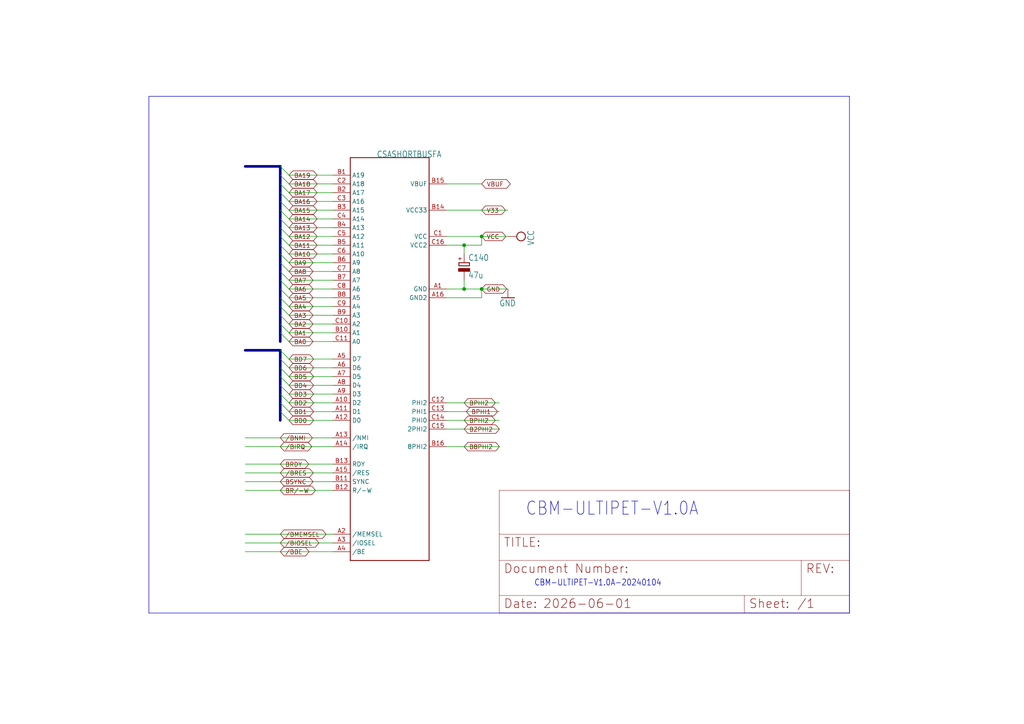
<source format=kicad_sch>
(kicad_sch (version 20231120) (generator "eeschema") (generator_version "8.0")
  (paper "A4")
  (lib_symbols
    (symbol "cbm_ultipet_v1-eagle-import:CPOL-EUE2.5-7"
      (property "Reference" "C" (at 1.143 0.4826 0))
      (symbol "CPOL-EUE2.5-7_1_0"
        (rectangle (start -1.651 -2.54) (end 1.651 -1.651) (fill (type outline)))
        (polyline (pts (xy -1.524 -0.889) (xy 1.524 -0.889)) (stroke (width 0.254)))
        (polyline (pts (xy -1.524 0) (xy -1.524 -0.889)) (stroke (width 0.254)))
        (polyline (pts (xy -1.524 0) (xy 1.524 0)) (stroke (width 0.254)))
        (polyline (pts (xy 1.524 -0.889) (xy 1.524 0)) (stroke (width 0.254)))
        (text "+" (at -0.5842 0.4064 900) (effects (font (size 1.27 1.0795)) (justify left bottom)))
        (pin passive line (at 0 2.54 270) (length 2.54) (name "+") (number "+"))
        (pin passive line (at 0 -5.08 90) (length 2.54) (name "-") (number "-"))
      )
    )
    (symbol "cbm_ultipet_v1-eagle-import:CSASHORTBUSFA"
      (symbol "CSASHORTBUSFA_1_0"
        (polyline (pts (xy -12.7 -58.42) (xy 10.16 -58.42)) (stroke (width 0.254)))
        (polyline (pts (xy -12.7 58.42) (xy -12.7 -58.42)) (stroke (width 0.254)))
        (polyline (pts (xy 10.16 -58.42) (xy 10.16 58.42)) (stroke (width 0.254)))
        (polyline (pts (xy 10.16 58.42) (xy -12.7 58.42)) (stroke (width 0.254)))
        (pin bidirectional line (at 15.24 20.32 180) (length 5.08) (name "GND") (number "A1"))
        (pin bidirectional line (at -17.78 -12.7 0) (length 5.08) (name "D2") (number "A10"))
        (pin bidirectional line (at -17.78 -15.24 0) (length 5.08) (name "D1") (number "A11"))
        (pin bidirectional line (at -17.78 -17.78 0) (length 5.08) (name "D0") (number "A12"))
        (pin bidirectional line (at -17.78 -22.86 0) (length 5.08) (name "/NMI") (number "A13"))
        (pin bidirectional line (at -17.78 -25.4 0) (length 5.08) (name "/IRQ") (number "A14"))
        (pin bidirectional line (at -17.78 -33.02 0) (length 5.08) (name "/RES") (number "A15"))
        (pin bidirectional line (at 15.24 17.78 180) (length 5.08) (name "GND2") (number "A16"))
        (pin bidirectional line (at -17.78 -50.8 0) (length 5.08) (name "/MEMSEL") (number "A2"))
        (pin bidirectional line (at -17.78 -53.34 0) (length 5.08) (name "/IOSEL") (number "A3"))
        (pin bidirectional line (at -17.78 -55.88 0) (length 5.08) (name "/BE") (number "A4"))
        (pin bidirectional line (at -17.78 0 0) (length 5.08) (name "D7") (number "A5"))
        (pin bidirectional line (at -17.78 -2.54 0) (length 5.08) (name "D6") (number "A6"))
        (pin bidirectional line (at -17.78 -5.08 0) (length 5.08) (name "D5") (number "A7"))
        (pin bidirectional line (at -17.78 -7.62 0) (length 5.08) (name "D4") (number "A8"))
        (pin bidirectional line (at -17.78 -10.16 0) (length 5.08) (name "D3") (number "A9"))
        (pin bidirectional line (at -17.78 53.34 0) (length 5.08) (name "A19") (number "B1"))
        (pin bidirectional line (at -17.78 7.62 0) (length 5.08) (name "A1") (number "B10"))
        (pin bidirectional line (at -17.78 -35.56 0) (length 5.08) (name "SYNC") (number "B11"))
        (pin bidirectional line (at -17.78 -38.1 0) (length 5.08) (name "R/-W") (number "B12"))
        (pin bidirectional line (at -17.78 -30.48 0) (length 5.08) (name "RDY") (number "B13"))
        (pin bidirectional line (at 15.24 43.18 180) (length 5.08) (name "VCC33") (number "B14"))
        (pin bidirectional line (at 15.24 50.8 180) (length 5.08) (name "VBUF") (number "B15"))
        (pin bidirectional line (at 15.24 -25.4 180) (length 5.08) (name "8PHI2") (number "B16"))
        (pin bidirectional line (at -17.78 48.26 0) (length 5.08) (name "A17") (number "B2"))
        (pin bidirectional line (at -17.78 43.18 0) (length 5.08) (name "A15") (number "B3"))
        (pin bidirectional line (at -17.78 38.1 0) (length 5.08) (name "A13") (number "B4"))
        (pin bidirectional line (at -17.78 33.02 0) (length 5.08) (name "A11") (number "B5"))
        (pin bidirectional line (at -17.78 27.94 0) (length 5.08) (name "A9") (number "B6"))
        (pin bidirectional line (at -17.78 22.86 0) (length 5.08) (name "A7") (number "B7"))
        (pin bidirectional line (at -17.78 17.78 0) (length 5.08) (name "A5") (number "B8"))
        (pin bidirectional line (at -17.78 12.7 0) (length 5.08) (name "A3") (number "B9"))
        (pin bidirectional line (at 15.24 35.56 180) (length 5.08) (name "VCC") (number "C1"))
        (pin bidirectional line (at -17.78 10.16 0) (length 5.08) (name "A2") (number "C10"))
        (pin bidirectional line (at -17.78 5.08 0) (length 5.08) (name "A0") (number "C11"))
        (pin bidirectional line (at 15.24 -12.7 180) (length 5.08) (name "PHI2") (number "C12"))
        (pin bidirectional line (at 15.24 -15.24 180) (length 5.08) (name "PHI1") (number "C13"))
        (pin bidirectional line (at 15.24 -17.78 180) (length 5.08) (name "PHI0") (number "C14"))
        (pin bidirectional line (at 15.24 -20.32 180) (length 5.08) (name "2PHI2") (number "C15"))
        (pin bidirectional line (at 15.24 33.02 180) (length 5.08) (name "VCC2") (number "C16"))
        (pin bidirectional line (at -17.78 50.8 0) (length 5.08) (name "A18") (number "C2"))
        (pin bidirectional line (at -17.78 45.72 0) (length 5.08) (name "A16") (number "C3"))
        (pin bidirectional line (at -17.78 40.64 0) (length 5.08) (name "A14") (number "C4"))
        (pin bidirectional line (at -17.78 35.56 0) (length 5.08) (name "A12") (number "C5"))
        (pin bidirectional line (at -17.78 30.48 0) (length 5.08) (name "A10") (number "C6"))
        (pin bidirectional line (at -17.78 25.4 0) (length 5.08) (name "A8") (number "C7"))
        (pin bidirectional line (at -17.78 20.32 0) (length 5.08) (name "A6") (number "C8"))
        (pin bidirectional line (at -17.78 15.24 0) (length 5.08) (name "A4") (number "C9"))
      )
    )
    (symbol "cbm_ultipet_v1-eagle-import:DOCFIELD"
      (symbol "DOCFIELD_1_0"
        (polyline (pts (xy 0 0) (xy 0 5.08)) (stroke (width 0.1016)))
        (polyline (pts (xy 0 0) (xy 71.12 0)) (stroke (width 0.1016)))
        (polyline (pts (xy 0 5.08) (xy 0 15.24)) (stroke (width 0.1016)))
        (polyline (pts (xy 0 5.08) (xy 71.12 5.08)) (stroke (width 0.1016)))
        (polyline (pts (xy 0 15.24) (xy 0 22.86)) (stroke (width 0.1016)))
        (polyline (pts (xy 0 22.86) (xy 0 35.56)) (stroke (width 0.1016)))
        (polyline (pts (xy 0 22.86) (xy 101.6 22.86)) (stroke (width 0.1016)))
        (polyline (pts (xy 71.12 0) (xy 101.6 0)) (stroke (width 0.1016)))
        (polyline (pts (xy 71.12 5.08) (xy 71.12 0)) (stroke (width 0.1016)))
        (polyline (pts (xy 71.12 5.08) (xy 87.63 5.08)) (stroke (width 0.1016)))
        (polyline (pts (xy 87.63 5.08) (xy 101.6 5.08)) (stroke (width 0.1016)))
        (polyline (pts (xy 87.63 15.24) (xy 0 15.24)) (stroke (width 0.1016)))
        (polyline (pts (xy 87.63 15.24) (xy 87.63 5.08)) (stroke (width 0.1016)))
        (polyline (pts (xy 101.6 5.08) (xy 101.6 0)) (stroke (width 0.1016)))
        (polyline (pts (xy 101.6 15.24) (xy 87.63 15.24)) (stroke (width 0.1016)))
        (polyline (pts (xy 101.6 15.24) (xy 101.6 5.08)) (stroke (width 0.1016)))
        (polyline (pts (xy 101.6 22.86) (xy 101.6 15.24)) (stroke (width 0.1016)))
        (polyline (pts (xy 101.6 35.56) (xy 0 35.56)) (stroke (width 0.1016)))
        (polyline (pts (xy 101.6 35.56) (xy 101.6 22.86)) (stroke (width 0.1016)))
        (text "${#}/${##}" (at 86.36 1.27 0) (effects (font (size 2.54 2.54)) (justify left bottom)))
        (text "${CURRENT_DATE}" (at 12.7 1.27 0) (effects (font (size 2.54 2.54)) (justify left bottom)))
        (text "${PROJECTNAME}" (at 17.78 19.05 0) (effects (font (size 2.54 2.54)) (justify left bottom)))
        (text "Date:" (at 1.27 1.27 0) (effects (font (size 2.54 2.54)) (justify left bottom)))
        (text "Document Number:" (at 1.27 11.43 0) (effects (font (size 2.54 2.54)) (justify left bottom)))
        (text "REV:" (at 88.9 11.43 0) (effects (font (size 2.54 2.54)) (justify left bottom)))
        (text "Sheet:" (at 72.39 1.27 0) (effects (font (size 2.54 2.54)) (justify left bottom)))
        (text "TITLE:" (at 1.27 19.05 0) (effects (font (size 2.54 2.54)) (justify left bottom)))
      )
    )
    (symbol "cbm_ultipet_v1-eagle-import:GND" (power)
      (property "Value" "GND" (at -2.54 -2.54 0))
      (symbol "GND_1_0"
        (polyline (pts (xy -1.905 0) (xy 1.905 0)) (stroke (width 0.254)))
        (pin power_in line (at 0 2.54 270) (length 2.54) (name "GND") (number "1"))
      )
    )
    (symbol "cbm_ultipet_v1-eagle-import:VCC" (power)
      (property "Value" "VCC" (at -1.905 3.175 0))
      (symbol "VCC_1_0"
        (circle (center 0 1.27) (radius 1.27) (stroke (width 0.254)))
        (pin power_in line (at 0 -2.54 90) (length 2.54) (name "VCC") (number "1"))
      )
    )
  )
  (junction (at 139.7 83.82))
  (junction (at 139.7 68.58))
  (junction (at 134.62 83.82))
  (junction (at 134.62 71.12))
  (bus_entry (at 83.82 50.8) (size -2.54 -2.54))
  (bus_entry (at 83.82 119.38) (size -2.54 -2.54))
  (bus_entry (at 83.82 68.58) (size -2.54 -2.54))
  (bus_entry (at 83.82 58.42) (size -2.54 -2.54))
  (bus_entry (at 83.82 55.88) (size -2.54 -2.54))
  (bus_entry (at 83.82 109.22) (size -2.54 -2.54))
  (bus_entry (at 83.82 76.2) (size -2.54 -2.54))
  (bus_entry (at 83.82 60.96) (size -2.54 -2.54))
  (bus_entry (at 83.82 116.84) (size -2.54 -2.54))
  (bus_entry (at 83.82 96.52) (size -2.54 -2.54))
  (bus_entry (at 83.82 93.98) (size -2.54 -2.54))
  (bus_entry (at 83.82 114.3) (size -2.54 -2.54))
  (bus_entry (at 83.82 66.04) (size -2.54 -2.54))
  (bus_entry (at 83.82 86.36) (size -2.54 -2.54))
  (bus_entry (at 83.82 91.44) (size -2.54 -2.54))
  (bus_entry (at 83.82 99.06) (size -2.54 -2.54))
  (bus_entry (at 83.82 78.74) (size -2.54 -2.54))
  (bus_entry (at 83.82 104.14) (size -2.54 -2.54))
  (bus_entry (at 83.82 111.76) (size -2.54 -2.54))
  (bus_entry (at 83.82 73.66) (size -2.54 -2.54))
  (bus_entry (at 83.82 106.68) (size -2.54 -2.54))
  (bus_entry (at 83.82 81.28) (size -2.54 -2.54))
  (bus_entry (at 83.82 63.5) (size -2.54 -2.54))
  (bus_entry (at 83.82 121.92) (size -2.54 -2.54))
  (bus_entry (at 83.82 83.82) (size -2.54 -2.54))
  (bus_entry (at 83.82 71.12) (size -2.54 -2.54))
  (bus_entry (at 83.82 88.9) (size -2.54 -2.54))
  (bus_entry (at 83.82 53.34) (size -2.54 -2.54))
  (wire (pts (xy 96.52 58.42) (xy 83.82 58.42)) (stroke (width 0.1524)))
  (wire (pts (xy 96.52 134.62) (xy 71.12 134.62)) (stroke (width 0.1524)))
  (wire (pts (xy 96.52 157.48) (xy 71.12 157.48)) (stroke (width 0.1524)))
  (wire (pts (xy 96.52 116.84) (xy 83.82 116.84)) (stroke (width 0.1524)))
  (wire (pts (xy 96.52 66.04) (xy 83.82 66.04)) (stroke (width 0.1524)))
  (bus (pts (xy 81.28 116.84) (xy 81.28 119.38)) (stroke (width 0.762)))
  (wire (pts (xy 96.52 55.88) (xy 83.82 55.88)) (stroke (width 0.1524)))
  (bus (pts (xy 81.28 104.14) (xy 81.28 106.68)) (stroke (width 0.762)))
  (wire (pts (xy 96.52 53.34) (xy 83.82 53.34)) (stroke (width 0.1524)))
  (wire (pts (xy 129.54 71.12) (xy 134.62 71.12)) (stroke (width 0.1524)))
  (bus (pts (xy 71.12 48.26) (xy 81.28 48.26)) (stroke (width 0.762)))
  (bus (pts (xy 81.28 93.98) (xy 81.28 96.52)) (stroke (width 0.762)))
  (wire (pts (xy 139.7 86.36) (xy 139.7 83.82)) (stroke (width 0.1524)))
  (wire (pts (xy 96.52 83.82) (xy 83.82 83.82)) (stroke (width 0.1524)))
  (bus (pts (xy 81.28 111.76) (xy 81.28 114.3)) (stroke (width 0.762)))
  (wire (pts (xy 129.54 121.92) (xy 144.78 121.92)) (stroke (width 0.1524)))
  (wire (pts (xy 96.52 142.24) (xy 71.12 142.24)) (stroke (width 0.1524)))
  (wire (pts (xy 129.54 53.34) (xy 139.7 53.34)))
  (wire (pts (xy 96.52 76.2) (xy 83.82 76.2)) (stroke (width 0.1524)))
  (bus (pts (xy 71.12 101.6) (xy 81.28 101.6)) (stroke (width 0.762)))
  (bus (pts (xy 81.28 96.52) (xy 81.28 99.06)) (stroke (width 0.762)))
  (wire (pts (xy 96.52 96.52) (xy 83.82 96.52)) (stroke (width 0.1524)))
  (wire (pts (xy 129.54 60.96) (xy 147.32 60.96)) (stroke (width 0.1524)))
  (bus (pts (xy 81.28 50.8) (xy 81.28 53.34)) (stroke (width 0.762)))
  (bus (pts (xy 81.28 114.3) (xy 81.28 116.84)) (stroke (width 0.762)))
  (wire (pts (xy 96.52 91.44) (xy 83.82 91.44)) (stroke (width 0.1524)))
  (wire (pts (xy 96.52 50.8) (xy 83.82 50.8)) (stroke (width 0.1524)))
  (wire (pts (xy 96.52 73.66) (xy 83.82 73.66)) (stroke (width 0.1524)))
  (bus (pts (xy 81.28 106.68) (xy 81.28 109.22)) (stroke (width 0.762)))
  (bus (pts (xy 81.28 76.2) (xy 81.28 78.74)) (stroke (width 0.762)))
  (wire (pts (xy 129.54 83.82) (xy 134.62 83.82)) (stroke (width 0.1524)))
  (bus (pts (xy 81.28 78.74) (xy 81.28 81.28)) (stroke (width 0.762)))
  (bus (pts (xy 81.28 60.96) (xy 81.28 63.5)) (stroke (width 0.762)))
  (bus (pts (xy 81.28 53.34) (xy 81.28 55.88)) (stroke (width 0.762)))
  (bus (pts (xy 81.28 86.36) (xy 81.28 88.9)) (stroke (width 0.762)))
  (wire (pts (xy 96.52 121.92) (xy 83.82 121.92)) (stroke (width 0.1524)))
  (wire (pts (xy 96.52 154.94) (xy 71.12 154.94)) (stroke (width 0.1524)))
  (wire (pts (xy 96.52 114.3) (xy 83.82 114.3)) (stroke (width 0.1524)))
  (wire (pts (xy 129.54 116.84) (xy 144.78 116.84)) (stroke (width 0.1524)))
  (wire (pts (xy 96.52 109.22) (xy 83.82 109.22)) (stroke (width 0.1524)))
  (wire (pts (xy 96.52 111.76) (xy 83.82 111.76)) (stroke (width 0.1524)))
  (bus (pts (xy 81.28 55.88) (xy 81.28 58.42)) (stroke (width 0.762)))
  (bus (pts (xy 81.28 88.9) (xy 81.28 91.44)) (stroke (width 0.762)))
  (wire (pts (xy 96.52 139.7) (xy 71.12 139.7)) (stroke (width 0.1524)))
  (wire (pts (xy 134.62 71.12) (xy 139.7 71.12)) (stroke (width 0.1524)))
  (bus (pts (xy 81.28 66.04) (xy 81.28 68.58)) (stroke (width 0.762)))
  (bus (pts (xy 81.28 101.6) (xy 81.28 104.14)) (stroke (width 0.762)))
  (wire (pts (xy 96.52 71.12) (xy 83.82 71.12)) (stroke (width 0.1524)))
  (wire (pts (xy 96.52 106.68) (xy 83.82 106.68)) (stroke (width 0.1524)))
  (wire (pts (xy 129.54 86.36) (xy 139.7 86.36)) (stroke (width 0.1524)))
  (bus (pts (xy 81.28 63.5) (xy 81.28 66.04)) (stroke (width 0.762)))
  (wire (pts (xy 134.62 83.82) (xy 139.7 83.82)) (stroke (width 0.1524)))
  (bus (pts (xy 81.28 83.82) (xy 81.28 86.36)) (stroke (width 0.762)))
  (polyline (pts (xy 43.18 27.94) (xy 43.18 177.8)) (stroke (width 0.1524) (type solid)))
  (wire (pts (xy 96.52 88.9) (xy 83.82 88.9)) (stroke (width 0.1524)))
  (wire (pts (xy 134.62 73.66) (xy 134.62 71.12)) (stroke (width 0.1524)))
  (wire (pts (xy 129.54 119.38) (xy 144.78 119.38)) (stroke (width 0.1524)))
  (wire (pts (xy 96.52 78.74) (xy 83.82 78.74)) (stroke (width 0.1524)))
  (polyline (pts (xy 246.38 177.8) (xy 246.38 27.94)) (stroke (width 0.1524) (type solid)))
  (wire (pts (xy 96.52 93.98) (xy 83.82 93.98)) (stroke (width 0.1524)))
  (bus (pts (xy 81.28 81.28) (xy 81.28 83.82)) (stroke (width 0.762)))
  (wire (pts (xy 96.52 127) (xy 71.12 127)) (stroke (width 0.1524)))
  (wire (pts (xy 129.54 68.58) (xy 139.7 68.58)) (stroke (width 0.1524)))
  (wire (pts (xy 96.52 119.38) (xy 83.82 119.38)) (stroke (width 0.1524)))
  (wire (pts (xy 96.52 60.96) (xy 83.82 60.96)) (stroke (width 0.1524)))
  (bus (pts (xy 81.28 68.58) (xy 81.28 71.12)) (stroke (width 0.762)))
  (wire (pts (xy 129.54 124.46) (xy 144.78 124.46)) (stroke (width 0.1524)))
  (bus (pts (xy 81.28 71.12) (xy 81.28 73.66)) (stroke (width 0.762)))
  (bus (pts (xy 81.28 91.44) (xy 81.28 93.98)) (stroke (width 0.762)))
  (bus (pts (xy 81.28 119.38) (xy 81.28 121.92)) (stroke (width 0.762)))
  (wire (pts (xy 139.7 68.58) (xy 147.32 68.58)) (stroke (width 0.1524)))
  (wire (pts (xy 96.52 160.02) (xy 71.12 160.02)) (stroke (width 0.1524)))
  (bus (pts (xy 81.28 73.66) (xy 81.28 76.2)) (stroke (width 0.762)))
  (polyline (pts (xy 43.18 177.8) (xy 246.38 177.8)) (stroke (width 0.1524) (type solid)))
  (bus (pts (xy 81.28 48.26) (xy 81.28 50.8)) (stroke (width 0.762)))
  (bus (pts (xy 81.28 58.42) (xy 81.28 60.96)) (stroke (width 0.762)))
  (wire (pts (xy 139.7 83.82) (xy 147.32 83.82)) (stroke (width 0.1524)))
  (wire (pts (xy 96.52 86.36) (xy 83.82 86.36)) (stroke (width 0.1524)))
  (wire (pts (xy 134.62 81.28) (xy 134.62 83.82)) (stroke (width 0.1524)))
  (wire (pts (xy 96.52 129.54) (xy 71.12 129.54)) (stroke (width 0.1524)))
  (wire (pts (xy 96.52 68.58) (xy 83.82 68.58)) (stroke (width 0.1524)))
  (wire (pts (xy 129.54 129.54) (xy 144.78 129.54)) (stroke (width 0.1524)))
  (wire (pts (xy 96.52 137.16) (xy 71.12 137.16)) (stroke (width 0.1524)))
  (wire (pts (xy 96.52 104.14) (xy 83.82 104.14)) (stroke (width 0.1524)))
  (wire (pts (xy 139.7 71.12) (xy 139.7 68.58)) (stroke (width 0.1524)))
  (bus (pts (xy 81.28 109.22) (xy 81.28 111.76)) (stroke (width 0.762)))
  (wire (pts (xy 96.52 81.28) (xy 83.82 81.28)) (stroke (width 0.1524)))
  (polyline (pts (xy 246.38 27.94) (xy 43.18 27.94)) (stroke (width 0.1524) (type solid)))
  (wire (pts (xy 96.52 63.5) (xy 83.82 63.5)) (stroke (width 0.1524)))
  (wire (pts (xy 96.52 99.06) (xy 83.82 99.06)) (stroke (width 0.1524)))
  (text "CBM-ULTIPET-V1.0A" (at 152.4 149.86 0) (effects (font (size 3.81 3.2385)) (justify left bottom)))
  (text "CBM-ULTIPET-V1.0A-20240104" (at 154.94 170.18 0) (effects (font (size 1.778 1.5113)) (justify left bottom)))
  (global_label "BPHI2" (shape bidirectional) (at 134.62 121.92 0) (effects (font (size 1.2446 1.2446))) (property "Intersheetrefs" "${INTERSHEET_REFS}" (effects (hide yes))))
  (global_label "BA3" (shape bidirectional) (at 83.82 91.44 0) (effects (font (size 1.2446 1.2446))) (property "Intersheetrefs" "${INTERSHEET_REFS}" (effects (hide yes))))
  (global_label "BR/-W" (shape bidirectional) (at 81.28 142.24 0) (effects (font (size 1.2446 1.2446))) (property "Intersheetrefs" "${INTERSHEET_REFS}" (effects (hide yes))))
  (global_label "BSYNC" (shape bidirectional) (at 81.28 139.7 0) (effects (font (size 1.2446 1.2446))) (property "Intersheetrefs" "${INTERSHEET_REFS}" (effects (hide yes))))
  (global_label "VBUF" (shape bidirectional) (at 139.7 53.34 0) (property "Intersheetrefs" "${INTERSHEET_REFS}" (effects (hide yes))))
  (global_label "BD7" (shape bidirectional) (at 83.82 104.14 0) (effects (font (size 1.2446 1.2446))) (property "Intersheetrefs" "${INTERSHEET_REFS}" (effects (hide yes))))
  (global_label "BA14" (shape bidirectional) (at 83.82 63.5 0) (effects (font (size 1.2446 1.2446))) (property "Intersheetrefs" "${INTERSHEET_REFS}" (effects (hide yes))))
  (global_label "BA1" (shape bidirectional) (at 83.82 96.52 0) (effects (font (size 1.2446 1.2446))) (property "Intersheetrefs" "${INTERSHEET_REFS}" (effects (hide yes))))
  (global_label "BA11" (shape bidirectional) (at 83.82 71.12 0) (effects (font (size 1.2446 1.2446))) (property "Intersheetrefs" "${INTERSHEET_REFS}" (effects (hide yes))))
  (global_label "BD3" (shape bidirectional) (at 83.82 114.3 0) (effects (font (size 1.2446 1.2446))) (property "Intersheetrefs" "${INTERSHEET_REFS}" (effects (hide yes))))
  (global_label "V33" (shape bidirectional) (at 139.7 60.96 0) (effects (font (size 1.2446 1.2446))) (property "Intersheetrefs" "${INTERSHEET_REFS}" (effects (hide yes))))
  (global_label "BA8" (shape bidirectional) (at 83.82 78.74 0) (effects (font (size 1.2446 1.2446))) (property "Intersheetrefs" "${INTERSHEET_REFS}" (effects (hide yes))))
  (global_label "GND" (shape bidirectional) (at 139.7 83.82 0) (effects (font (size 1.2446 1.2446))) (property "Intersheetrefs" "${INTERSHEET_REFS}" (effects (hide yes))))
  (global_label "/BNMI" (shape bidirectional) (at 81.28 127 0) (effects (font (size 1.2446 1.2446))) (property "Intersheetrefs" "${INTERSHEET_REFS}" (effects (hide yes))))
  (global_label "BA5" (shape bidirectional) (at 83.82 86.36 0) (effects (font (size 1.2446 1.2446))) (property "Intersheetrefs" "${INTERSHEET_REFS}" (effects (hide yes))))
  (global_label "B8PHI2" (shape bidirectional) (at 134.62 129.54 0) (effects (font (size 1.2446 1.2446))) (property "Intersheetrefs" "${INTERSHEET_REFS}" (effects (hide yes))))
  (global_label "BD5" (shape bidirectional) (at 83.82 109.22 0) (effects (font (size 1.2446 1.2446))) (property "Intersheetrefs" "${INTERSHEET_REFS}" (effects (hide yes))))
  (global_label "BA2" (shape bidirectional) (at 83.82 93.98 0) (effects (font (size 1.2446 1.2446))) (property "Intersheetrefs" "${INTERSHEET_REFS}" (effects (hide yes))))
  (global_label "BRDY" (shape bidirectional) (at 81.28 134.62 0) (effects (font (size 1.2446 1.2446))) (property "Intersheetrefs" "${INTERSHEET_REFS}" (effects (hide yes))))
  (global_label "BA19" (shape bidirectional) (at 83.82 50.8 0) (effects (font (size 1.2446 1.2446))) (property "Intersheetrefs" "${INTERSHEET_REFS}" (effects (hide yes))))
  (global_label "BA9" (shape bidirectional) (at 83.82 76.2 0) (effects (font (size 1.2446 1.2446))) (property "Intersheetrefs" "${INTERSHEET_REFS}" (effects (hide yes))))
  (global_label "BA0" (shape bidirectional) (at 83.82 99.06 0) (effects (font (size 1.2446 1.2446))) (property "Intersheetrefs" "${INTERSHEET_REFS}" (effects (hide yes))))
  (global_label "BD4" (shape bidirectional) (at 83.82 111.76 0) (effects (font (size 1.2446 1.2446))) (property "Intersheetrefs" "${INTERSHEET_REFS}" (effects (hide yes))))
  (global_label "/BMEMSEL" (shape bidirectional) (at 81.28 154.94 0) (effects (font (size 1.2446 1.2446))) (property "Intersheetrefs" "${INTERSHEET_REFS}" (effects (hide yes))))
  (global_label "/BIOSEL" (shape bidirectional) (at 81.28 157.48 0) (effects (font (size 1.2446 1.2446))) (property "Intersheetrefs" "${INTERSHEET_REFS}" (effects (hide yes))))
  (global_label "BA17" (shape bidirectional) (at 83.82 55.88 0) (effects (font (size 1.2446 1.2446))) (property "Intersheetrefs" "${INTERSHEET_REFS}" (effects (hide yes))))
  (global_label "VCC" (shape bidirectional) (at 139.7 68.58 0) (effects (font (size 1.2446 1.2446))) (property "Intersheetrefs" "${INTERSHEET_REFS}" (effects (hide yes))))
  (global_label "BA13" (shape bidirectional) (at 83.82 66.04 0) (effects (font (size 1.2446 1.2446))) (property "Intersheetrefs" "${INTERSHEET_REFS}" (effects (hide yes))))
  (global_label "/BIRQ" (shape bidirectional) (at 81.28 129.54 0) (effects (font (size 1.2446 1.2446))) (property "Intersheetrefs" "${INTERSHEET_REFS}" (effects (hide yes))))
  (global_label "BA7" (shape bidirectional) (at 83.82 81.28 0) (effects (font (size 1.2446 1.2446))) (property "Intersheetrefs" "${INTERSHEET_REFS}" (effects (hide yes))))
  (global_label "BD1" (shape bidirectional) (at 83.82 119.38 0) (effects (font (size 1.2446 1.2446))) (property "Intersheetrefs" "${INTERSHEET_REFS}" (effects (hide yes))))
  (global_label "BPHI1" (shape bidirectional) (at 135.255 119.38 0) (effects (font (size 1.2446 1.2446))) (property "Intersheetrefs" "${INTERSHEET_REFS}" (effects (hide yes))))
  (global_label "BA15" (shape bidirectional) (at 83.82 60.96 0) (effects (font (size 1.2446 1.2446))) (property "Intersheetrefs" "${INTERSHEET_REFS}" (effects (hide yes))))
  (global_label "BA12" (shape bidirectional) (at 83.82 68.58 0) (effects (font (size 1.2446 1.2446))) (property "Intersheetrefs" "${INTERSHEET_REFS}" (effects (hide yes))))
  (global_label "/BRES" (shape bidirectional) (at 81.28 137.16 0) (effects (font (size 1.2446 1.2446))) (property "Intersheetrefs" "${INTERSHEET_REFS}" (effects (hide yes))))
  (global_label "BA4" (shape bidirectional) (at 83.82 88.9 0) (effects (font (size 1.2446 1.2446))) (property "Intersheetrefs" "${INTERSHEET_REFS}" (effects (hide yes))))
  (global_label "BA16" (shape bidirectional) (at 83.82 58.42 0) (effects (font (size 1.2446 1.2446))) (property "Intersheetrefs" "${INTERSHEET_REFS}" (effects (hide yes))))
  (global_label "/BBE" (shape bidirectional) (at 81.28 160.02 0) (effects (font (size 1.2446 1.2446))) (property "Intersheetrefs" "${INTERSHEET_REFS}" (effects (hide yes))))
  (global_label "BA10" (shape bidirectional) (at 83.82 73.66 0) (effects (font (size 1.2446 1.2446))) (property "Intersheetrefs" "${INTERSHEET_REFS}" (effects (hide yes))))
  (global_label "BD0" (shape bidirectional) (at 83.82 121.92 0) (effects (font (size 1.2446 1.2446))) (property "Intersheetrefs" "${INTERSHEET_REFS}" (effects (hide yes))))
  (global_label "BA6" (shape bidirectional) (at 83.82 83.82 0) (effects (font (size 1.2446 1.2446))) (property "Intersheetrefs" "${INTERSHEET_REFS}" (effects (hide yes))))
  (global_label "BD2" (shape bidirectional) (at 83.82 116.84 0) (effects (font (size 1.2446 1.2446))) (property "Intersheetrefs" "${INTERSHEET_REFS}" (effects (hide yes))))
  (global_label "BA18" (shape bidirectional) (at 83.82 53.34 0) (effects (font (size 1.2446 1.2446))) (property "Intersheetrefs" "${INTERSHEET_REFS}" (effects (hide yes))))
  (global_label "B2PHI2" (shape bidirectional) (at 134.62 124.46 0) (effects (font (size 1.2446 1.2446))) (property "Intersheetrefs" "${INTERSHEET_REFS}" (effects (hide yes))))
  (global_label "BPHI2" (shape bidirectional) (at 134.62 116.84 0) (effects (font (size 1.2446 1.2446))) (property "Intersheetrefs" "${INTERSHEET_REFS}" (effects (hide yes))))
  (global_label "BD6" (shape bidirectional) (at 83.82 106.68 0) (effects (font (size 1.2446 1.2446))) (property "Intersheetrefs" "${INTERSHEET_REFS}" (effects (hide yes))))
  (symbol (lib_id "cbm_ultipet_v1-eagle-import:CSASHORTBUSFA") (at 114.3 104.14 0) (unit 1)
    (property "Reference" "U$25" (effects (hide yes)))
    (property "Value" "CSASHORTBUSFA" (at 109.22 45.72 0) (effects (font (size 1.778 1.5113)) (justify left bottom)))
    (property "Footprint" "cbm_ultipet_v1:FABC48R2" (effects (hide yes)))
  )
  (symbol (lib_id "cbm_ultipet_v1-eagle-import:CPOL-EUE2.5-7") (at 134.62 76.2 0) (unit 1)
    (property "Reference" "C140" (at 135.763 75.7174 0) (effects (font (size 1.778 1.5113)) (justify left bottom)))
    (property "Value" "47u" (at 135.763 80.7974 0) (effects (font (size 1.778 1.5113)) (justify left bottom)))
    (property "Footprint" "cbm_ultipet_v1:E2,5-7" (effects (hide yes)))
  )
  (symbol (lib_id "cbm_ultipet_v1-eagle-import:VCC") (at 149.86 68.58 270) (unit 1)
    (property "Reference" "#SUPPLY017" (effects (hide yes)))
    (property "Value" "VCC" (at 153.035 66.675 0) (effects (font (size 1.778 1.5113)) (justify left bottom)))
  )
  (symbol (lib_id "cbm_ultipet_v1-eagle-import:GND") (at 147.32 86.36 0) (unit 1)
    (property "Reference" "#GND059" (effects (hide yes)))
    (property "Value" "GND" (at 144.78 88.9 0) (effects (font (size 1.778 1.5113)) (justify left bottom)))
  )
  (symbol (lib_id "cbm_ultipet_v1-eagle-import:DOCFIELD") (at 144.78 177.8 0) (unit 1)
    (property "Reference" "#FRAME12" (effects (hide yes)))
    (property "Value" "DOCFIELD" (effects (hide yes)))
  )
)
</source>
